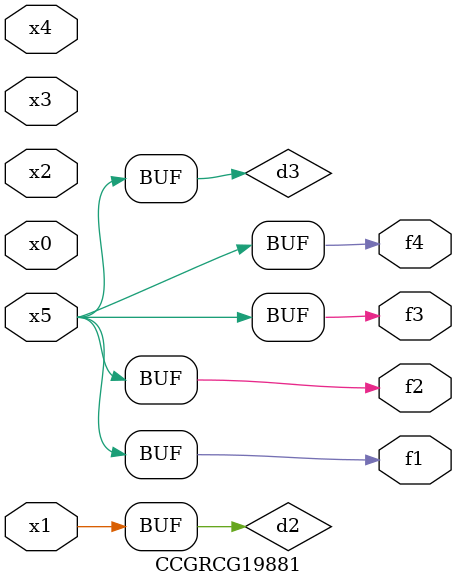
<source format=v>
module CCGRCG19881(
	input x0, x1, x2, x3, x4, x5,
	output f1, f2, f3, f4
);

	wire d1, d2, d3;

	not (d1, x5);
	or (d2, x1);
	xnor (d3, d1);
	assign f1 = d3;
	assign f2 = d3;
	assign f3 = d3;
	assign f4 = d3;
endmodule

</source>
